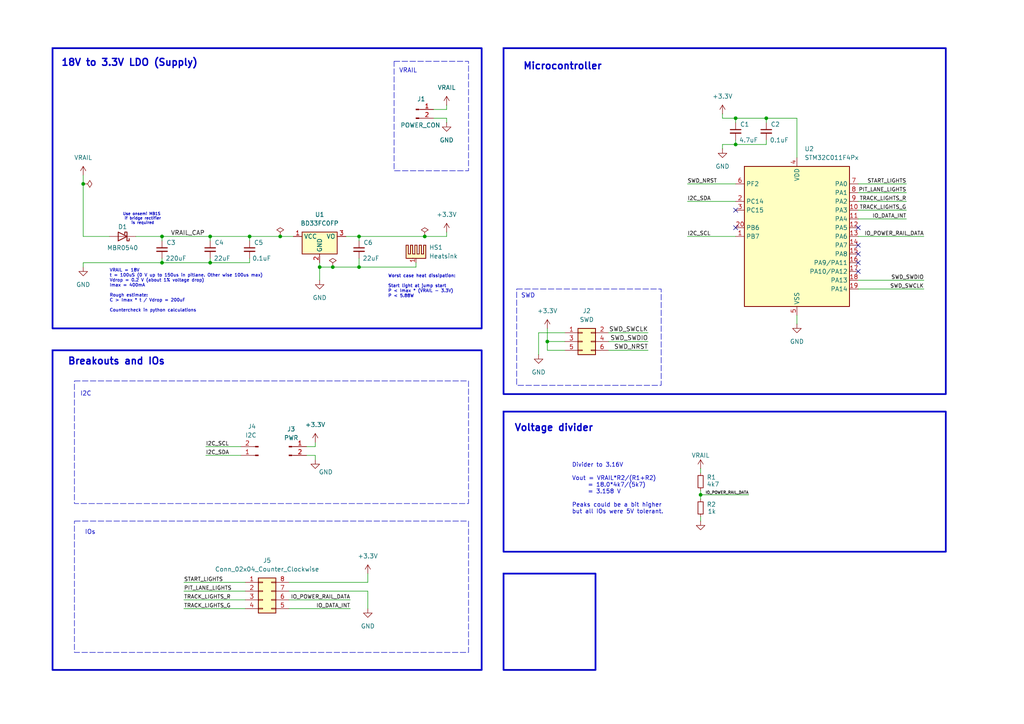
<source format=kicad_sch>
(kicad_sch (version 20231120) (generator "eeschema") (generator_version "8.0")
  (paper "A4")
  (title_block (title "FastLapLights") (date "2025-03-28") (rev "MK4") (comment 1 "3.3V") (comment 2 "18V Supply Power Rail"))
  (lib_symbols
    (symbol "Connector:Conn_01x02_Pin" (pin_names (offset 1.016) hide)
      (property "Reference" "J" (at 0 2.54 0))
      (property "Value" "Conn_01x02_Pin" (at 0 -5.08 0))
      (symbol "Conn_01x02_Pin_1_1"
        (polyline (pts (xy 1.27 -2.54) (xy 0.8636 -2.54)) (stroke (width 0.1524)))
        (polyline (pts (xy 1.27 0) (xy 0.8636 0)) (stroke (width 0.1524)))
        (rectangle (start 0.8636 -2.413) (end 0 -2.667) (stroke (width 0.1524)) (fill (type outline)))
        (rectangle (start 0.8636 0.127) (end 0 -0.127) (stroke (width 0.1524)) (fill (type outline)))
        (pin passive line (at 5.08 0 180) (length 3.81) (name "Pin_1") (number "1"))
        (pin passive line (at 5.08 -2.54 180) (length 3.81) (name "Pin_2") (number "2"))
      )
    )
    (symbol "Connector_Generic:Conn_02x03_Odd_Even" (pin_names (offset 1.016) hide)
      (property "Reference" "J" (at 1.27 5.08 0))
      (property "Value" "Conn_02x03_Odd_Even" (at 1.27 -5.08 0))
      (symbol "Conn_02x03_Odd_Even_1_1"
        (rectangle (start -1.27 -2.413) (end 0 -2.667) (stroke (width 0.1524)))
        (rectangle (start -1.27 0.127) (end 0 -0.127) (stroke (width 0.1524)))
        (rectangle (start -1.27 2.667) (end 0 2.413) (stroke (width 0.1524)))
        (rectangle (start -1.27 3.81) (end 3.81 -3.81) (stroke (width 0.254)) (fill (type background)))
        (rectangle (start 3.81 -2.413) (end 2.54 -2.667) (stroke (width 0.1524)))
        (rectangle (start 3.81 0.127) (end 2.54 -0.127) (stroke (width 0.1524)))
        (rectangle (start 3.81 2.667) (end 2.54 2.413) (stroke (width 0.1524)))
        (pin passive line (at -5.08 2.54 0) (length 3.81) (name "Pin_1") (number "1"))
        (pin passive line (at 7.62 2.54 180) (length 3.81) (name "Pin_2") (number "2"))
        (pin passive line (at -5.08 0 0) (length 3.81) (name "Pin_3") (number "3"))
        (pin passive line (at 7.62 0 180) (length 3.81) (name "Pin_4") (number "4"))
        (pin passive line (at -5.08 -2.54 0) (length 3.81) (name "Pin_5") (number "5"))
        (pin passive line (at 7.62 -2.54 180) (length 3.81) (name "Pin_6") (number "6"))
      )
    )
    (symbol "Connector_Generic:Conn_02x04_Counter_Clockwise" (pin_names (offset 1.016) hide)
      (property "Reference" "J" (at 1.27 5.08 0))
      (property "Value" "Conn_02x04_Counter_Clockwise" (at 1.27 -7.62 0))
      (symbol "Conn_02x04_Counter_Clockwise_1_1"
        (rectangle (start -1.27 -4.953) (end 0 -5.207) (stroke (width 0.1524)))
        (rectangle (start -1.27 -2.413) (end 0 -2.667) (stroke (width 0.1524)))
        (rectangle (start -1.27 0.127) (end 0 -0.127) (stroke (width 0.1524)))
        (rectangle (start -1.27 2.667) (end 0 2.413) (stroke (width 0.1524)))
        (rectangle (start -1.27 3.81) (end 3.81 -6.35) (stroke (width 0.254)) (fill (type background)))
        (rectangle (start 3.81 -4.953) (end 2.54 -5.207) (stroke (width 0.1524)))
        (rectangle (start 3.81 -2.413) (end 2.54 -2.667) (stroke (width 0.1524)))
        (rectangle (start 3.81 0.127) (end 2.54 -0.127) (stroke (width 0.1524)))
        (rectangle (start 3.81 2.667) (end 2.54 2.413) (stroke (width 0.1524)))
        (pin passive line (at -5.08 2.54 0) (length 3.81) (name "Pin_1") (number "1"))
        (pin passive line (at -5.08 0 0) (length 3.81) (name "Pin_2") (number "2"))
        (pin passive line (at -5.08 -2.54 0) (length 3.81) (name "Pin_3") (number "3"))
        (pin passive line (at -5.08 -5.08 0) (length 3.81) (name "Pin_4") (number "4"))
        (pin passive line (at 7.62 -5.08 180) (length 3.81) (name "Pin_5") (number "5"))
        (pin passive line (at 7.62 -2.54 180) (length 3.81) (name "Pin_6") (number "6"))
        (pin passive line (at 7.62 0 180) (length 3.81) (name "Pin_7") (number "7"))
        (pin passive line (at 7.62 2.54 180) (length 3.81) (name "Pin_8") (number "8"))
      )
    )
    (symbol "Device:C_Small" (pin_numbers hide) (pin_names (offset 0.254) hide)
      (property "Reference" "C" (at 0.254 1.778 0))
      (property "Value" "C_Small" (at 0.254 -2.032 0))
      (symbol "C_Small_0_1"
        (polyline (pts (xy -1.524 -0.508) (xy 1.524 -0.508)) (stroke (width 0.3302)))
        (polyline (pts (xy -1.524 0.508) (xy 1.524 0.508)) (stroke (width 0.3048)))
      )
      (symbol "C_Small_1_1"
        (pin passive line (at 0 2.54 270) (length 2.032) (name "~") (number "1"))
        (pin passive line (at 0 -2.54 90) (length 2.032) (name "~") (number "2"))
      )
    )
    (symbol "Device:R_Small" (pin_numbers hide) (pin_names (offset 0.254) hide)
      (property "Reference" "R" (at 0.762 0.508 0))
      (property "Value" "R_Small" (at 0.762 -1.016 0))
      (symbol "R_Small_0_1"
        (rectangle (start -0.762 1.778) (end 0.762 -1.778) (stroke (width 0.2032)))
      )
      (symbol "R_Small_1_1"
        (pin passive line (at 0 2.54 270) (length 0.762) (name "~") (number "1"))
        (pin passive line (at 0 -2.54 90) (length 0.762) (name "~") (number "2"))
      )
    )
    (symbol "Diode:MBR0540" (pin_numbers hide) (pin_names (offset 1.016) hide)
      (property "Reference" "D" (at 0 2.54 0))
      (property "Value" "MBR0540" (at 0 -2.54 0))
      (symbol "MBR0540_0_1"
        (polyline (pts (xy 1.27 0) (xy -1.27 0)))
        (polyline (pts (xy 1.27 1.27) (xy 1.27 -1.27) (xy -1.27 0) (xy 1.27 1.27)) (stroke (width 0.254)))
        (polyline (pts (xy -1.905 0.635) (xy -1.905 1.27) (xy -1.27 1.27) (xy -1.27 -1.27) (xy -0.635 -1.27) (xy -0.635 -0.635)) (stroke (width 0.254)))
      )
      (symbol "MBR0540_1_1"
        (pin passive line (at -3.81 0 0) (length 2.54) (name "K") (number "1"))
        (pin passive line (at 3.81 0 180) (length 2.54) (name "A") (number "2"))
      )
    )
    (symbol "MCU_ST_STM32C0:STM32C011F4Px"
      (property "Reference" "U" (at -15.24 21.59 0))
      (property "Value" "STM32C011F4Px" (at 2.54 21.59 0))
      (symbol "STM32C011F4Px_0_1"
        (rectangle (start -15.24 -20.32) (end 15.24 20.32) (stroke (width 0.254)) (fill (type background)))
      )
      (symbol "STM32C011F4Px_1_1"
        (pin bidirectional line (at -17.78 0 0) (length 2.54) (name "PB7") (number "1"))
        (pin bidirectional line (at 17.78 7.62 180) (length 2.54) (name "PA3") (number "10"))
        (pin bidirectional line (at 17.78 5.08 180) (length 2.54) (name "PA4") (number "11"))
        (pin bidirectional line (at 17.78 2.54 180) (length 2.54) (name "PA5") (number "12"))
        (pin bidirectional line (at 17.78 0 180) (length 2.54) (name "PA6") (number "13"))
        (pin bidirectional line (at 17.78 -2.54 180) (length 2.54) (name "PA7") (number "14"))
        (pin bidirectional line (at 17.78 -5.08 180) (length 2.54) (name "PA8") (number "15"))
        (pin bidirectional line (at 17.78 -7.62 180) (length 2.54) (name "PA9/PA11") (number "16"))
        (pin bidirectional line (at 17.78 -10.16 180) (length 2.54) (name "PA10/PA12") (number "17"))
        (pin bidirectional line (at 17.78 -12.7 180) (length 2.54) (name "PA13") (number "18"))
        (pin bidirectional line (at 17.78 -15.24 180) (length 2.54) (name "PA14") (number "19"))
        (pin bidirectional line (at -17.78 10.16 0) (length 2.54) (name "PC14") (number "2"))
        (pin bidirectional line (at -17.78 2.54 0) (length 2.54) (name "PB6") (number "20"))
        (pin bidirectional line (at -17.78 7.62 0) (length 2.54) (name "PC15") (number "3"))
        (pin power_in line (at 0 22.86 270) (length 2.54) (name "VDD") (number "4"))
        (pin power_in line (at 0 -22.86 90) (length 2.54) (name "VSS") (number "5"))
        (pin bidirectional line (at -17.78 15.24 0) (length 2.54) (name "PF2") (number "6"))
        (pin bidirectional line (at 17.78 15.24 180) (length 2.54) (name "PA0") (number "7"))
        (pin bidirectional line (at 17.78 12.7 180) (length 2.54) (name "PA1") (number "8"))
        (pin bidirectional line (at 17.78 10.16 180) (length 2.54) (name "PA2") (number "9"))
      )
    )
    (symbol "Mechanical:Heatsink_Pad" (pin_names (offset 0)) (exclude_from_sim yes)
      (property "Reference" "HS" (at 0 5.715 0))
      (property "Value" "Heatsink_Pad" (at 0 3.81 0))
      (symbol "Heatsink_Pad_0_1"
        (polyline (pts (xy -0.3302 0) (xy -0.9652 0) (xy -0.9652 2.54) (xy -1.6002 2.54) (xy -1.6002 0) (xy -2.2352 0) (xy -2.2352 2.54) (xy -2.8702 2.54) (xy -2.8702 -1.27) (xy -0.9652 -1.27)) (stroke (width 0.254)) (fill (type background)))
        (polyline (pts (xy -0.3302 0) (xy -0.3302 2.54) (xy 0.3048 2.54) (xy 0.3048 0) (xy 0.9398 0) (xy 0.9398 2.54) (xy 1.5748 2.54) (xy 1.5748 0) (xy 2.2098 0) (xy 2.2098 2.54) (xy 2.8448 2.54) (xy 2.8448 -1.27) (xy -0.9652 -1.27)) (stroke (width 0.254)) (fill (type background)))
      )
      (symbol "Heatsink_Pad_1_1"
        (pin passive line (at 0 -2.54 90) (length 1.27) (name "~") (number "1"))
      )
    )
    (symbol "Regulator_Linear:BD33FC0FP"
      (property "Reference" "U" (at 0 7.62 0))
      (property "Value" "BD33FC0FP" (at 0 5.08 0))
      (symbol "BD33FC0FP_1_1"
        (rectangle (start -5.08 -5.08) (end 5.08 1.27) (stroke (width 0.254)) (fill (type background)))
        (pin power_in line (at -7.62 0 0) (length 2.54) (name "VCC") (number "1"))
        (pin power_in line (at 0 -7.62 90) (length 2.54) (name "GND") (number "2"))
        (pin power_out line (at 7.62 0 180) (length 2.54) (name "VO") (number "3"))
      )
    )
    (symbol "power:+15V" (power) (pin_numbers hide) (pin_names (offset 0) hide)
      (property "Value" "+15V" (at 0 3.556 0))
      (symbol "+15V_0_1"
        (polyline (pts (xy -0.762 1.27) (xy 0 2.54)))
        (polyline (pts (xy 0 0) (xy 0 2.54)))
        (polyline (pts (xy 0 2.54) (xy 0.762 1.27)))
      )
      (symbol "+15V_1_1"
        (pin power_in line (at 0 0 90) (length 0) (name "~") (number "1"))
      )
    )
    (symbol "power:+3.3V" (power) (pin_numbers hide) (pin_names (offset 0) hide)
      (property "Value" "+3.3V" (at 0 3.556 0))
      (symbol "+3.3V_0_1"
        (polyline (pts (xy -0.762 1.27) (xy 0 2.54)))
        (polyline (pts (xy 0 0) (xy 0 2.54)))
        (polyline (pts (xy 0 2.54) (xy 0.762 1.27)))
      )
      (symbol "+3.3V_1_1"
        (pin power_in line (at 0 0 90) (length 0) (name "~") (number "1"))
      )
    )
    (symbol "power:GND" (power) (pin_numbers hide) (pin_names (offset 0) hide)
      (property "Value" "GND" (at 0 -3.81 0))
      (symbol "GND_0_1"
        (polyline (pts (xy 0 0) (xy 0 -1.27) (xy 1.27 -1.27) (xy 0 -2.54) (xy -1.27 -1.27) (xy 0 -1.27)))
      )
      (symbol "GND_1_1"
        (pin power_in line (at 0 0 270) (length 0) (name "~") (number "1"))
      )
    )
    (symbol "power:PWR_FLAG" (power) (pin_numbers hide) (pin_names (offset 0) hide)
      (property "Value" "PWR_FLAG" (at 0 3.81 0))
      (symbol "PWR_FLAG_0_0"
        (pin power_out line (at 0 0 90) (length 0) (name "~") (number "1"))
      )
      (symbol "PWR_FLAG_0_1"
        (polyline (pts (xy 0 0) (xy 0 1.27) (xy -1.016 1.905) (xy 0 2.54) (xy 1.016 1.905) (xy 0 1.27)))
      )
    )
  )
  (junction (at 46.99 76.2))
  (junction (at 222.25 34.29))
  (junction (at 123.19 68.58))
  (junction (at 158.75 99.06))
  (junction (at 104.14 77.47))
  (junction (at 60.96 68.58))
  (junction (at 81.28 68.58))
  (junction (at 24.13 53.34))
  (junction (at 92.71 77.47))
  (junction (at 213.36 34.29))
  (junction (at 104.14 68.58))
  (junction (at 72.39 68.58))
  (junction (at 203.2 143.51))
  (junction (at 213.36 41.91))
  (junction (at 96.52 77.47))
  (junction (at 46.99 68.58))
  (junction (at 60.96 76.2))
  (no_connect (at 248.92 71.12))
  (no_connect (at 248.92 78.74))
  (no_connect (at 213.36 60.96))
  (no_connect (at 213.36 66.04))
  (no_connect (at 248.92 73.66))
  (no_connect (at 248.92 66.04))
  (no_connect (at 248.92 76.2))
  (wire (pts (xy 248.92 53.34) (xy 262.89 53.34)))
  (wire (pts (xy 83.82 171.45) (xy 106.68 171.45)))
  (wire (pts (xy 129.54 67.31) (xy 129.54 68.58)))
  (wire (pts (xy 59.69 129.54) (xy 69.85 129.54)))
  (wire (pts (xy 39.37 68.58) (xy 46.99 68.58)))
  (wire (pts (xy 91.44 128.27) (xy 91.44 129.54)))
  (wire (pts (xy 129.54 34.29) (xy 125.73 34.29)))
  (wire (pts (xy 53.34 176.53) (xy 71.12 176.53)))
  (wire (pts (xy 24.13 50.8) (xy 24.13 53.34)))
  (wire (pts (xy 248.92 60.96) (xy 262.89 60.96)))
  (wire (pts (xy 46.99 68.58) (xy 46.99 69.85)))
  (wire (pts (xy 83.82 173.99) (xy 101.6 173.99)))
  (wire (pts (xy 104.14 77.47) (xy 104.14 74.93)))
  (wire (pts (xy 158.75 95.25) (xy 158.75 99.06)))
  (wire (pts (xy 104.14 77.47) (xy 120.65 77.47)))
  (wire (pts (xy 83.82 176.53) (xy 101.6 176.53)))
  (wire (pts (xy 248.92 83.82) (xy 267.97 83.82)))
  (wire (pts (xy 88.9 132.08) (xy 91.44 132.08)))
  (wire (pts (xy 24.13 76.2) (xy 24.13 77.47)))
  (wire (pts (xy 213.36 40.64) (xy 213.36 41.91)))
  (wire (pts (xy 203.2 149.86) (xy 203.2 151.13)))
  (wire (pts (xy 60.96 68.58) (xy 60.96 69.85)))
  (wire (pts (xy 60.96 68.58) (xy 72.39 68.58)))
  (wire (pts (xy 199.39 68.58) (xy 213.36 68.58)))
  (wire (pts (xy 24.13 76.2) (xy 46.99 76.2)))
  (wire (pts (xy 203.2 143.51) (xy 203.2 144.78)))
  (wire (pts (xy 104.14 68.58) (xy 104.14 69.85)))
  (wire (pts (xy 125.73 31.75) (xy 129.54 31.75)))
  (wire (pts (xy 106.68 171.45) (xy 106.68 176.53)))
  (wire (pts (xy 248.92 81.28) (xy 267.97 81.28)))
  (wire (pts (xy 106.68 168.91) (xy 83.82 168.91)))
  (wire (pts (xy 213.36 34.29) (xy 222.25 34.29)))
  (wire (pts (xy 203.2 142.24) (xy 203.2 143.51)))
  (wire (pts (xy 222.25 34.29) (xy 231.14 34.29)))
  (wire (pts (xy 92.71 77.47) (xy 96.52 77.47)))
  (wire (pts (xy 24.13 68.58) (xy 31.75 68.58)))
  (wire (pts (xy 231.14 91.44) (xy 231.14 93.98)))
  (wire (pts (xy 231.14 34.29) (xy 231.14 45.72)))
  (wire (pts (xy 209.55 43.18) (xy 209.55 41.91)))
  (wire (pts (xy 163.83 96.52) (xy 156.21 96.52)))
  (wire (pts (xy 176.53 101.6) (xy 187.96 101.6)))
  (wire (pts (xy 46.99 74.93) (xy 46.99 76.2)))
  (wire (pts (xy 59.69 132.08) (xy 69.85 132.08)))
  (wire (pts (xy 248.92 55.88) (xy 262.89 55.88)))
  (wire (pts (xy 156.21 96.52) (xy 156.21 102.87)))
  (wire (pts (xy 129.54 35.56) (xy 129.54 34.29)))
  (wire (pts (xy 81.28 68.58) (xy 85.09 68.58)))
  (wire (pts (xy 53.34 173.99) (xy 71.12 173.99)))
  (wire (pts (xy 176.53 99.06) (xy 187.96 99.06)))
  (wire (pts (xy 100.33 68.58) (xy 104.14 68.58)))
  (wire (pts (xy 248.92 63.5) (xy 262.89 63.5)))
  (wire (pts (xy 176.53 96.52) (xy 187.96 96.52)))
  (wire (pts (xy 209.55 34.29) (xy 213.36 34.29)))
  (wire (pts (xy 199.39 58.42) (xy 213.36 58.42)))
  (wire (pts (xy 96.52 77.47) (xy 104.14 77.47)))
  (wire (pts (xy 88.9 129.54) (xy 91.44 129.54)))
  (wire (pts (xy 199.39 53.34) (xy 213.36 53.34)))
  (wire (pts (xy 163.83 99.06) (xy 158.75 99.06)))
  (wire (pts (xy 46.99 76.2) (xy 60.96 76.2)))
  (wire (pts (xy 72.39 68.58) (xy 72.39 69.85)))
  (wire (pts (xy 24.13 53.34) (xy 24.13 68.58)))
  (wire (pts (xy 53.34 168.91) (xy 71.12 168.91)))
  (wire (pts (xy 248.92 58.42) (xy 262.89 58.42)))
  (wire (pts (xy 72.39 74.93) (xy 72.39 76.2)))
  (wire (pts (xy 248.92 68.58) (xy 267.97 68.58)))
  (wire (pts (xy 209.55 34.29) (xy 209.55 33.02)))
  (wire (pts (xy 158.75 101.6) (xy 163.83 101.6)))
  (wire (pts (xy 106.68 166.37) (xy 106.68 168.91)))
  (wire (pts (xy 120.65 76.2) (xy 120.65 77.47)))
  (wire (pts (xy 123.19 68.58) (xy 129.54 68.58)))
  (wire (pts (xy 222.25 41.91) (xy 222.25 40.64)))
  (wire (pts (xy 60.96 74.93) (xy 60.96 76.2)))
  (wire (pts (xy 92.71 77.47) (xy 92.71 81.28)))
  (wire (pts (xy 104.14 68.58) (xy 123.19 68.58)))
  (wire (pts (xy 129.54 31.75) (xy 129.54 30.48)))
  (wire (pts (xy 46.99 68.58) (xy 60.96 68.58)))
  (wire (pts (xy 91.44 132.08) (xy 91.44 133.35)))
  (wire (pts (xy 53.34 171.45) (xy 71.12 171.45)))
  (wire (pts (xy 92.71 76.2) (xy 92.71 77.47)))
  (wire (pts (xy 213.36 34.29) (xy 213.36 35.56)))
  (wire (pts (xy 158.75 99.06) (xy 158.75 101.6)))
  (wire (pts (xy 72.39 68.58) (xy 81.28 68.58)))
  (wire (pts (xy 213.36 41.91) (xy 222.25 41.91)))
  (wire (pts (xy 203.2 135.89) (xy 203.2 137.16)))
  (wire (pts (xy 222.25 34.29) (xy 222.25 35.56)))
  (wire (pts (xy 203.2 143.51) (xy 217.17 143.51)))
  (wire (pts (xy 60.96 76.2) (xy 72.39 76.2)))
  (wire (pts (xy 209.55 41.91) (xy 213.36 41.91)))
  (rectangle (start 21.59 110.49) (end 135.89 146.05) (stroke (width 0) (type dash)))
  (rectangle (start 146.05 13.97) (end 274.32 114.3) (stroke (width 0.5)))
  (rectangle (start 114.3 17.78) (end 135.89 49.53) (stroke (width 0) (type dash)))
  (rectangle (start 146.05 166.37) (end 172.72 194.31) (stroke (width 0.5)))
  (rectangle (start 21.59 151.13) (end 135.89 189.23) (stroke (width 0) (type dash)))
  (rectangle (start 149.86 83.82) (end 191.77 111.76) (stroke (width 0) (type dash)))
  (rectangle (start 15.24 13.97) (end 139.7 95.25) (stroke (width 0.5)))
  (rectangle (start 146.05 119.38) (end 274.32 160.02) (stroke (width 0.5)))
  (rectangle (start 15.24 101.6) (end 139.7 194.31) (stroke (width 0.5)))
  (text "Use onsemi MB1S \nif bridge rectifier\nis required" (at 41.402 63.5 0) (effects (font (size 0.8 0.8))))
  (text "Voltage divider" (at 149.098 124.206 0) (effects (font (size 2 2) (thickness 0.4) (bold yes)) (justify left)))
  (text "Breakouts and IOs" (at 19.558 104.902 0) (effects (font (size 2 2) (thickness 0.4) (bold yes)) (justify left)))
  (text "Microcontroller" (at 151.638 19.304 0) (effects (font (size 2 2) (thickness 0.4) (bold yes)) (justify left)))
  (text "Divider to 3.16V\n\nVout = VRAIL*R2/(R1+R2)\n     = 18.0*4k7/(5k7)\n     = 3.158 V\n\nPeaks could be a bit higher \nbut all IOs were 5V tolerant." (at 165.862 141.732 0) (effects (font (size 1.2 1.2) (thickness 0.1588)) (justify left)))
  (text "VRAIL = 18V\nt = 100uS (0 V up to 150us in pitlane. Other wise 100us max)\nVdrop = 0.2 V (about 1% voltage drop)\nImax = 400mA\n\nRough estimate:\nC > Imax * t / Vdrop = 200uF\n\nCountercheck in python calculations\n" (at 31.75 84.328 0) (effects (font (size 0.9 0.9)) (justify left)))
  (text "VRAIL\n" (at 118.364 20.574 0) (effects (font (size 1.27 1.27))))
  (text "Worst case heat dissipation:\n\nStart light at jump start\nP < Imax * (VRAIL - 3.3V) \nP < 5.88W" (at 112.522 83.058 0) (effects (font (size 0.9 0.9) (thickness 0.1588)) (justify left)))
  (text "SWD" (at 153.162 85.852 0) (effects (font (size 1.27 1.27))))
  (text "IOs" (at 26.162 154.432 0) (effects (font (size 1.27 1.27))))
  (text "I2C" (at 24.892 114.3 0) (effects (font (size 1.27 1.27))))
  (text "18V to 3.3V LDO (Supply)" (at 37.592 18.288 0) (effects (font (size 2 2) (thickness 0.4) (bold yes))))
  (label "PIT_LANE_LIGHTS" (at 262.89 55.88 180) (effects (font (size 1.1 1.1))))
  (label "TRACK_LIGHTS_G" (at 262.89 60.96 180) (effects (font (size 1.1 1.1))))
  (label "IO_POWER_RAIL_DATA" (at 217.17 143.51 180) (effects (font (size 0.8 0.8))))
  (label "I2C_SDA" (at 59.69 132.08 0) (effects (font (size 1.1 1.1))))
  (label "IO_POWER_RAIL_DATA" (at 267.97 68.58 180) (effects (font (size 1.1 1.1))))
  (label "VRAIL_CAP" (at 49.53 68.58 0))
  (label "SWD_NRST" (at 199.39 53.34 0) (effects (font (size 1.1 1.1))))
  (label "I2C_SCL" (at 59.69 129.54 0) (effects (font (size 1.1 1.1))))
  (label "SWD_SWDIO" (at 267.97 81.28 180) (effects (font (size 1.1 1.1))))
  (label "TRACK_LIGHTS_R" (at 53.34 173.99 0) (effects (font (size 1.1 1.1))))
  (label "SWD_NRST" (at 187.96 101.6 180))
  (label "START_LIGHTS" (at 53.34 168.91 0) (effects (font (size 1.1 1.1))))
  (label "TRACK_LIGHTS_R" (at 262.89 58.42 180) (effects (font (size 1.1 1.1))))
  (label "SWD_SWCLK" (at 267.97 83.82 180) (effects (font (size 1.1 1.1))))
  (label "IO_POWER_RAIL_DATA" (at 101.6 173.99 180) (effects (font (size 1.1 1.1))))
  (label "START_LIGHTS" (at 262.89 53.34 180) (effects (font (size 1.1 1.1))))
  (label "IO_DATA_INT" (at 101.6 176.53 180) (effects (font (size 1.1 1.1))))
  (label "I2C_SCL" (at 199.39 68.58 0) (effects (font (size 1.1 1.1))))
  (label "PIT_LANE_LIGHTS" (at 53.34 171.45 0) (effects (font (size 1.1 1.1))))
  (label "SWD_SWDIO" (at 187.96 99.06 180))
  (label "I2C_SDA" (at 199.39 58.42 0) (effects (font (size 1.1 1.1))))
  (label "SWD_SWCLK" (at 187.96 96.52 180))
  (label "IO_DATA_INT" (at 262.89 63.5 180) (effects (font (size 1.1 1.1))))
  (label "TRACK_LIGHTS_G" (at 53.34 176.53 0) (effects (font (size 1.1 1.1))))
  (symbol (lib_id "Device:C_Small") (at 222.25 38.1 0) (unit 1)
    (property "Reference" "C2" (at 223.52 36.068 0) (effects (justify left)))
    (property "Value" "0.1uF" (at 223.266 40.64 0) (effects (justify left)))
    (property "Footprint" "Capacitor_SMD:C_0603_1608Metric" (effects (hide yes)))
    (property "Description" "Unpolarized capacitor, small symbol" (effects (hide yes)))
    (property "LCSC" "C1591" (effects (hide yes)))
  )
  (symbol (lib_id "Device:R_Small") (at 203.2 139.7 0) (unit 1)
    (property "Reference" "R1" (at 204.978 138.43 0) (effects (justify left)))
    (property "Value" "4k7" (at 204.978 140.462 0) (effects (justify left)))
    (property "Footprint" "Resistor_SMD:R_0603_1608Metric" (effects (hide yes)))
    (property "Description" "Resistor, small symbol" (effects (hide yes)))
    (property "LCSC" "C99782" (effects (hide yes)))
  )
  (symbol (lib_id "power:GND") (at 91.44 133.35 0) (unit 1)
    (property "Reference" "#PWR13" (effects (hide yes)))
    (property "Value" "GND" (at 94.488 136.906 0))
    (property "Description" "Power symbol creates a global label with name \"GND\" , ground" (effects (hide yes)))
  )
  (symbol (lib_id "power:GND") (at 92.71 81.28 0) (unit 1)
    (property "Reference" "#PWR8" (effects (hide yes)))
    (property "Value" "GND" (at 92.71 86.36 0))
    (property "Description" "Power symbol creates a global label with name \"GND\" , ground" (effects (hide yes)))
  )
  (symbol (lib_id "power:+15V") (at 24.13 50.8 0) (unit 1)
    (property "Reference" "#PWR5" (effects (hide yes)))
    (property "Value" "VRAIL" (at 24.13 45.72 0))
    (property "Description" "Power symbol creates a global label with name \"+15V\"" (effects (hide yes)))
  )
  (symbol (lib_id "Device:R_Small") (at 203.2 147.32 0) (unit 1)
    (property "Reference" "R2" (at 204.978 146.304 0) (effects (justify left)))
    (property "Value" "1k" (at 205.232 148.336 0) (effects (justify left)))
    (property "Footprint" "Resistor_SMD:R_0603_1608Metric" (effects (hide yes)))
    (property "Description" "Resistor, small symbol" (effects (hide yes)))
    (property "LCSC" "C22548" (effects (hide yes)))
  )
  (symbol (lib_id "power:+3.3V") (at 91.44 128.27 0) (unit 1)
    (property "Reference" "#PWR12" (effects (hide yes)))
    (property "Value" "+3.3V" (at 91.44 123.19 0))
    (property "Description" "Power symbol creates a global label with name \"+3.3V\"" (effects (hide yes)))
  )
  (symbol (lib_id "power:PWR_FLAG") (at 123.19 68.58 0) (unit 1)
    (property "Reference" "#FLG3" (effects (hide yes)))
    (property "Value" "PWR_FLAG" (effects (hide yes)))
    (property "Description" "Special symbol for telling ERC where power comes from" (effects (hide yes)))
  )
  (symbol (lib_id "power:GND") (at 156.21 102.87 0) (unit 1)
    (property "Reference" "#PWR11" (effects (hide yes)))
    (property "Value" "GND" (at 156.21 107.95 0))
    (property "Description" "Power symbol creates a global label with name \"GND\" , ground" (effects (hide yes)))
  )
  (symbol (lib_id "Device:C_Small") (at 213.36 38.1 0) (unit 1)
    (property "Reference" "C1" (at 214.63 36.068 0) (effects (justify left)))
    (property "Value" "4.7uF" (at 214.376 40.64 0) (effects (justify left)))
    (property "Footprint" "Capacitor_SMD:C_0603_1608Metric" (effects (hide yes)))
    (property "Description" "Unpolarized capacitor, small symbol" (effects (hide yes)))
    (property "LCSC" " C1705" (effects (hide yes)))
  )
  (symbol (lib_id "Connector:Conn_01x02_Pin") (at 83.82 129.54 0) (unit 1) (in_bom no)
    (property "Reference" "J3" (at 84.455 124.46 0))
    (property "Value" "PWR" (at 84.455 127 0))
    (property "Footprint" "Connector_PinHeader_2.54mm:PinHeader_1x02_P2.54mm_Vertical" (effects (hide yes)))
    (property "Description" "Generic connector, single row, 01x02, script generated" (effects (hide yes)))
  )
  (symbol (lib_id "power:PWR_FLAG") (at 81.28 68.58 0) (unit 1)
    (property "Reference" "#FLG2" (effects (hide yes)))
    (property "Value" "PWR_FLAG" (effects (hide yes)))
    (property "Description" "Special symbol for telling ERC where power comes from" (effects (hide yes)))
  )
  (symbol (lib_id "power:GND") (at 203.2 151.13 0) (unit 1)
    (property "Reference" "#PWR15" (effects (hide yes)))
    (property "Value" "GND" (effects (hide yes)))
    (property "Description" "Power symbol creates a global label with name \"GND\" , ground" (effects (hide yes)))
  )
  (symbol (lib_id "power:+3.3V") (at 209.55 33.02 0) (unit 1)
    (property "Reference" "#PWR2" (effects (hide yes)))
    (property "Value" "+3.3V" (at 209.55 27.94 0))
    (property "Description" "Power symbol creates a global label with name \"+3.3V\"" (effects (hide yes)))
  )
  (symbol (lib_id "Regulator_Linear:BD33FC0FP") (at 92.71 68.58 0) (unit 1)
    (property "Reference" "U1" (at 92.71 62.23 0))
    (property "Value" "BD33FC0FP" (at 92.71 64.77 0))
    (property "Footprint" "Package_TO_SOT_SMD:TO-252-2" (effects (hide yes)))
    (property "Datasheet" "https://fscdn.rohm.com/en/products/databook/datasheet/ic/power/linear_regulator/bdxxfc0wefj-e.pdf" (effects (hide yes)))
    (property "Description" "1A, 3.3V LDO regulator with OVP & TSP, without enable, TO-252" (effects (hide yes)))
    (property "LCSC" "C5336749" (effects (hide yes)))
  )
  (symbol (lib_id "Device:C_Small") (at 60.96 72.39 0) (unit 1)
    (property "Reference" "C4" (at 62.23 70.358 0) (effects (justify left)))
    (property "Value" "22uF" (at 61.976 74.93 0) (effects (justify left)))
    (property "Footprint" "Capacitor_SMD:C_0805_2012Metric" (effects (hide yes)))
    (property "Description" "Unpolarized capacitor, small symbol" (effects (hide yes)))
    (property "LCSC" "C602037" (effects (hide yes)))
  )
  (symbol (lib_id "power:GND") (at 129.54 35.56 0) (unit 1)
    (property "Reference" "#PWR3" (effects (hide yes)))
    (property "Value" "GND" (at 129.54 40.64 0))
    (property "Description" "Power symbol creates a global label with name \"GND\" , ground" (effects (hide yes)))
  )
  (symbol (lib_id "Diode:MBR0540") (at 35.56 68.58 180) (unit 1)
    (property "Reference" "D1" (at 35.56 65.786 0))
    (property "Value" "MBR0540" (at 35.56 71.882 0))
    (property "Footprint" "Diode_SMD:D_SOD-123" (effects (hide yes)))
    (property "Datasheet" "http://www.mccsemi.com/up_pdf/MBR0520~MBR0580(SOD123).pdf" (effects (hide yes)))
    (property "Description" "40V 0.5A Schottky Power Rectifier Diode, SOD-123" (effects (hide yes)))
    (property "LCSC" "C236080" (effects (hide yes)))
  )
  (symbol (lib_id "power:+15V") (at 129.54 30.48 0) (unit 1)
    (property "Reference" "#PWR1" (effects (hide yes)))
    (property "Value" "VRAIL" (at 129.54 25.4 0))
    (property "Description" "Power symbol creates a global label with name \"+15V\"" (effects (hide yes)))
  )
  (symbol (lib_id "power:+3.3V") (at 158.75 95.25 0) (unit 1)
    (property "Reference" "#PWR10" (effects (hide yes)))
    (property "Value" "+3.3V" (at 158.75 90.17 0))
    (property "Description" "Power symbol creates a global label with name \"+3.3V\"" (effects (hide yes)))
  )
  (symbol (lib_id "Mechanical:Heatsink_Pad") (at 120.65 73.66 0) (unit 1) (exclude_from_sim yes) (in_bom no)
    (property "Reference" "HS1" (at 124.46 71.7549 0) (effects (justify left)))
    (property "Value" "Heatsink" (at 124.46 74.2949 0) (effects (justify left)))
    (property "Footprint" "Library:Heatsink_DV-T263-201E-TR" (effects (hide yes)))
    (property "Description" "Heatsink with electrical connection, 1 pin" (effects (hide yes)))
  )
  (symbol (lib_id "power:GND") (at 106.68 176.53 0) (unit 1)
    (property "Reference" "#PWR17" (effects (hide yes)))
    (property "Value" "GND" (at 106.68 181.61 0))
    (property "Description" "Power symbol creates a global label with name \"GND\" , ground" (effects (hide yes)))
  )
  (symbol (lib_id "power:PWR_FLAG") (at 24.13 53.34 270) (unit 1)
    (property "Reference" "#FLG1" (effects (hide yes)))
    (property "Value" "PWR_FLAG" (effects (hide yes)))
    (property "Description" "Special symbol for telling ERC where power comes from" (effects (hide yes)))
  )
  (symbol (lib_id "power:+15V") (at 203.2 135.89 0) (unit 1)
    (property "Reference" "#PWR14" (effects (hide yes)))
    (property "Value" "VRAIL" (at 203.2 132.08 0))
    (property "Description" "Power symbol creates a global label with name \"+15V\"" (effects (hide yes)))
  )
  (symbol (lib_id "MCU_ST_STM32C0:STM32C011F4Px") (at 231.14 68.58 0) (unit 1)
    (property "Reference" "U2" (at 233.3341 43.18 0) (effects (justify left)))
    (property "Value" "STM32C011F4Px" (at 233.3341 45.72 0) (effects (justify left)))
    (property "Footprint" "Package_SO:TSSOP-20_4.4x6.5mm_P0.65mm" (effects (hide yes)))
    (property "Datasheet" "https://www.st.com/resource/en/datasheet/stm32c011f4.pdf" (effects (hide yes)))
    (property "Description" "STMicroelectronics Arm Cortex-M0+ MCU, 16KB flash, 6KB RAM, 48 MHz, 2.0-3.6V, 18 GPIO, TSSOP20" (effects (hide yes)))
    (property "LCSC" "C5452432" (effects (hide yes)))
  )
  (symbol (lib_id "power:+3.3V") (at 129.54 67.31 0) (unit 1)
    (property "Reference" "#PWR6" (effects (hide yes)))
    (property "Value" "+3.3V" (at 129.54 62.23 0))
    (property "Description" "Power symbol creates a global label with name \"+3.3V\"" (effects (hide yes)))
  )
  (symbol (lib_id "Connector:Conn_01x02_Pin") (at 120.65 31.75 0) (unit 1) (in_bom no)
    (property "Reference" "J1" (at 122.174 28.702 0))
    (property "Value" "POWER_CON" (at 121.92 36.322 0))
    (property "Footprint" "Connector_PinHeader_2.54mm:PinHeader_2x01_P2.54mm_Vertical" (effects (hide yes)))
    (property "Description" "Generic connector, single row, 01x02, script generated" (effects (hide yes)))
  )
  (symbol (lib_id "Device:C_Small") (at 46.99 72.39 0) (unit 1)
    (property "Reference" "C3" (at 48.26 70.358 0) (effects (justify left)))
    (property "Value" "220uF" (at 48.006 74.93 0) (effects (justify left)))
    (property "Footprint" "Library:CP_Elec_A768KS227M1VLAE024" (effects (hide yes)))
    (property "Description" "Unpolarized capacitor, small symbol" (effects (hide yes)))
    (property "LCSC" "C3274444" (effects (hide yes)))
  )
  (symbol (lib_id "Connector_Generic:Conn_02x04_Counter_Clockwise") (at 76.2 171.45 0) (unit 1) (in_bom no)
    (property "Reference" "J5" (at 77.47 162.56 0))
    (property "Value" "Conn_02x04_Counter_Clockwise" (at 77.47 165.1 0))
    (property "Footprint" "Connector_PinHeader_2.54mm:PinHeader_2x04_P2.54mm_Vertical" (effects (hide yes)))
    (property "Description" "Generic connector, double row, 02x04, counter clockwise pin numbering scheme (similar to DIP package numbering), script generated (kicad-library-utils/schlib/autogen/connector/)" (effects (hide yes)))
  )
  (symbol (lib_id "power:+3.3V") (at 106.68 166.37 0) (unit 1)
    (property "Reference" "#PWR16" (effects (hide yes)))
    (property "Value" "+3.3V" (at 106.68 161.29 0))
    (property "Description" "Power symbol creates a global label with name \"+3.3V\"" (effects (hide yes)))
  )
  (symbol (lib_id "power:GND") (at 231.14 93.98 0) (unit 1)
    (property "Reference" "#PWR9" (effects (hide yes)))
    (property "Value" "GND" (at 231.14 99.06 0))
    (property "Description" "Power symbol creates a global label with name \"GND\" , ground" (effects (hide yes)))
  )
  (symbol (lib_id "Connector_Generic:Conn_02x03_Odd_Even") (at 168.91 99.06 0) (unit 1) (in_bom no)
    (property "Reference" "J2" (at 170.18 90.17 0))
    (property "Value" "SWD" (at 170.18 92.71 0))
    (property "Footprint" "Connector_PinHeader_2.54mm:PinHeader_2x03_P2.54mm_Vertical" (effects (hide yes)))
    (property "Description" "Generic connector, double row, 02x03, odd/even pin numbering scheme (row 1 odd numbers, row 2 even numbers), script generated (kicad-library-utils/schlib/autogen/connector/)" (effects (hide yes)))
  )
  (symbol (lib_id "power:GND") (at 24.13 77.47 0) (unit 1)
    (property "Reference" "#PWR7" (effects (hide yes)))
    (property "Value" "GND" (at 24.13 82.55 0))
    (property "Description" "Power symbol creates a global label with name \"GND\" , ground" (effects (hide yes)))
  )
  (symbol (lib_id "Connector:Conn_01x02_Pin") (at 74.93 132.08 180) (unit 1) (in_bom no)
    (property "Reference" "J4" (at 71.882 123.698 0) (effects (justify right)))
    (property "Value" "I2C" (at 71.12 126.238 0) (effects (justify right)))
    (property "Footprint" "Connector_PinHeader_2.54mm:PinHeader_1x02_P2.54mm_Vertical" (effects (hide yes)))
    (property "Description" "Generic connector, single row, 01x02, script generated" (effects (hide yes)))
  )
  (symbol (lib_id "power:PWR_FLAG") (at 96.52 77.47 0) (unit 1)
    (property "Reference" "#FLG4" (effects (hide yes)))
    (property "Value" "PWR_FLAG" (effects (hide yes)))
    (property "Description" "Special symbol for telling ERC where power comes from" (effects (hide yes)))
  )
  (symbol (lib_id "power:GND") (at 209.55 43.18 0) (unit 1)
    (property "Reference" "#PWR4" (effects (hide yes)))
    (property "Value" "GND" (at 209.55 48.26 0))
    (property "Description" "Power symbol creates a global label with name \"GND\" , ground" (effects (hide yes)))
  )
  (symbol (lib_id "Device:C_Small") (at 72.39 72.39 0) (unit 1)
    (property "Reference" "C5" (at 73.66 70.358 0) (effects (justify left)))
    (property "Value" "0.1uF" (at 73.152 74.93 0) (effects (justify left)))
    (property "Footprint" "Capacitor_SMD:C_0805_2012Metric" (effects (hide yes)))
    (property "Description" "Unpolarized capacitor, small symbol" (effects (hide yes)))
    (property "LCSC" " C519981" (effects (hide yes)))
  )
  (symbol (lib_id "Device:C_Small") (at 104.14 72.39 0) (unit 1)
    (property "Reference" "C6" (at 105.41 70.358 0) (effects (justify left)))
    (property "Value" "22uF" (at 105.156 74.93 0) (effects (justify left)))
    (property "Footprint" "Capacitor_SMD:C_0603_1608Metric" (effects (hide yes)))
    (property "Description" "Unpolarized capacitor, small symbol" (effects (hide yes)))
    (property "LCSC" " C86295" (effects (hide yes)))
  )
)
</source>
